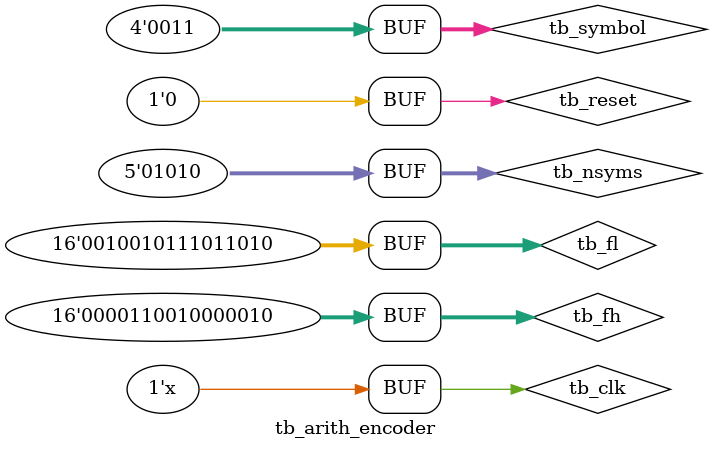
<source format=sv>
module tb_arith_encoder #(
    parameter TB_RANGE_WIDTH = 16,
    parameter TB_LOW_WIDTH = 24,
    parameter TB_SYMBOL_WIDTH = 4,
    parameter TB_LUT_ADDR_WIDTH = 8,
    parameter TB_LUT_DATA_WIDTH = 16,
    parameter TB_D_SIZE = 4
    ) ();

    reg tb_clk, tb_reset;
    reg [(TB_RANGE_WIDTH-1):0] tb_fl, tb_fh;
    reg [(TB_SYMBOL_WIDTH-1):0] tb_symbol;
    reg [TB_SYMBOL_WIDTH:0] tb_nsyms;
    wire [(TB_RANGE_WIDTH-1):0] tb_range;
    wire [(TB_LOW_WIDTH-1):0] tb_low;


    arithmetic_encoder #(
        .GENERAL_RANGE_WIDTH (TB_RANGE_WIDTH),
        .GENERAL_LOW_WIDTH (TB_LOW_WIDTH),
        .GENERAL_SYMBOL_WIDTH (TB_SYMBOL_WIDTH),
        .GENERAL_LUT_ADDR_WIDTH (TB_LUT_ADDR_WIDTH),
        .GENERAL_LUT_DATA_WIDTH (TB_LUT_DATA_WIDTH),
        .GENERAL_D_SIZE (TB_D_SIZE)
        ) arith_encoder (
            .general_clk (tb_clk),
            .reset (tb_reset),
            .general_fl (tb_fl),
            .general_fh (tb_fh),
            .general_symbol (tb_symbol),
            .general_nsyms (tb_nsyms),
            // outputs
            .RANGE_OUTPUT (tb_range),
            .LOW_OUTPUT (tb_low)
        );

        always #6ns tb_clk <= ~tb_clk;

        initial begin
            tb_clk <= 1'b0;
            tb_reset <= 1'b1;
            tb_fl <= 16'd9690;
            tb_fh <= 16'd3202;
            tb_symbol <= 4'd3;
            tb_nsyms <= 5'd10;

            #15ns tb_reset <= 1'b0;
        end
endmodule

</source>
